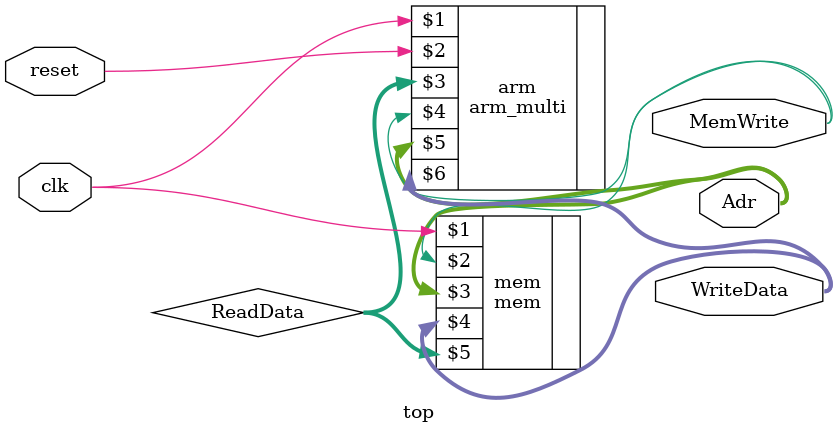
<source format=sv>
module top(input  logic        clk, reset, 
           output logic [31:0] WriteData, Adr, 
           output logic        MemWrite);

  logic [31:0] ReadData;
  
  // instantiate processor and memories
  arm_multi arm(clk, reset, ReadData, MemWrite, Adr, WriteData);
  mem       mem(clk, MemWrite, Adr, WriteData, ReadData);
endmodule
</source>
